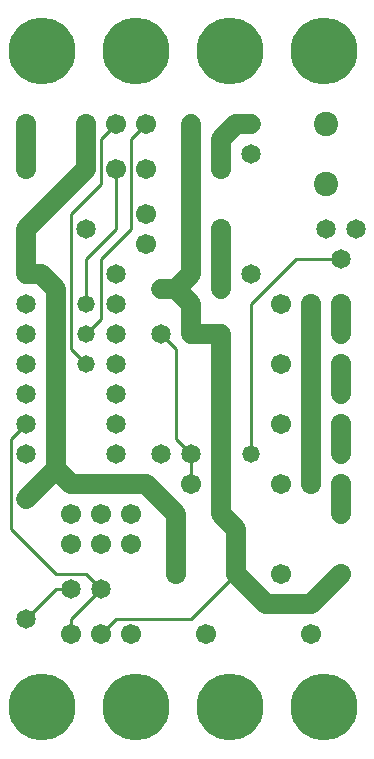
<source format=gtl>
%MOIN*%
%FSLAX25Y25*%
G04 D10 used for Character Trace; *
G04     Circle (OD=.01000) (No hole)*
G04 D11 used for Power Trace; *
G04     Circle (OD=.06700) (No hole)*
G04 D12 used for Signal Trace; *
G04     Circle (OD=.01100) (No hole)*
G04 D13 used for Via; *
G04     Circle (OD=.05800) (Round. Hole ID=.02800)*
G04 D14 used for Component hole; *
G04     Circle (OD=.06500) (Round. Hole ID=.03500)*
G04 D15 used for Component hole; *
G04     Circle (OD=.06700) (Round. Hole ID=.04300)*
G04 D16 used for Component hole; *
G04     Circle (OD=.08100) (Round. Hole ID=.05100)*
G04 D17 used for Component hole; *
G04     Circle (OD=.08900) (Round. Hole ID=.05900)*
G04 D18 used for Component hole; *
G04     Circle (OD=.11300) (Round. Hole ID=.08300)*
G04 D19 used for Component hole; *
G04     Circle (OD=.16000) (Round. Hole ID=.13000)*
G04 D20 used for Component hole; *
G04     Circle (OD=.18300) (Round. Hole ID=.15300)*
G04 D21 used for Component hole; *
G04     Circle (OD=.22291) (Round. Hole ID=.19291)*
%ADD10C,.01000*%
%ADD11C,.06700*%
%ADD12C,.01100*%
%ADD13C,.05800*%
%ADD14C,.06500*%
%ADD15C,.06700*%
%ADD16C,.08100*%
%ADD17C,.08900*%
%ADD18C,.11300*%
%ADD19C,.16000*%
%ADD20C,.18300*%
%ADD21C,.22291*%
%IPPOS*%
%LPD*%
G90*X0Y0D02*D21*X15625Y15625D03*D15*              
X35000Y40000D03*D12*X40000Y45000D01*X65000D01*    
X80000Y60000D01*D15*D03*D11*X90000Y50000D01*      
X105000D01*X115000Y60000D01*D15*D03*              
X105000Y40000D03*D14*X115000Y80000D03*D11*        
Y90000D01*D15*D03*D14*Y100000D03*D11*Y110000D01*  
D15*D03*D14*Y120000D03*D11*Y130000D01*D15*D03*D14*
Y140000D03*D11*Y150000D01*D15*D03*X105000D03*D11* 
Y130000D01*D15*D03*D11*Y110000D01*D15*D03*D11*    
Y90000D01*D15*D03*X95000D03*D13*X85000Y100000D03* 
D12*Y150000D01*X100000Y165000D01*X115000D01*D14*  
D03*X120000Y175000D03*X110000D03*D15*             
X95000Y150000D03*D16*X110000Y190000D03*D14*       
X85000Y160000D03*D15*X95000Y130000D03*D14*        
X85000Y200000D03*D11*X75000Y195000D02*Y205000D01* 
D15*Y195000D03*X65000Y185000D03*D11*Y160000D01*   
X60000Y155000D01*X65000Y150000D01*Y140000D01*D14* 
D03*D11*X75000D01*D14*D03*D11*Y120000D01*D14*D03* 
D11*Y100000D01*D14*D03*D11*Y90000D01*D15*D03*D11* 
Y80000D01*D14*D03*D11*X80000Y75000D01*Y60000D01*  
D15*X95000D03*D11*X60000D02*Y80000D01*D15*        
Y60000D03*X45000Y70000D03*Y40000D03*D11*          
X60000Y80000D02*X50000Y90000D01*X25000D01*        
X20000Y95000D01*X10000Y85000D01*D14*D03*D11*      
X20000Y95000D02*Y155000D01*X15000Y160000D01*      
X10000D01*D14*D03*D11*Y175000D01*D14*D03*D11*     
X30000Y195000D01*D15*D03*D11*Y210000D01*D15*D03*  
D12*X35000Y190000D02*Y205000D01*X25000Y180000D02* 
X35000Y190000D01*X25000Y135000D02*Y180000D01*     
X30000Y130000D02*X25000Y135000D01*D13*            
X30000Y130000D03*D14*X40000Y120000D03*Y140000D03* 
Y130000D03*D13*X30000Y140000D03*D12*              
X35000Y145000D01*Y165000D01*X45000Y175000D01*     
Y205000D01*X50000Y210000D01*D15*D03*X40000D03*D12*
X35000Y205000D01*D15*X40000Y195000D03*D12*        
Y175000D01*X30000Y165000D01*Y150000D01*D13*D03*   
D14*X40000Y160000D03*Y150000D03*D15*              
X50000Y170000D03*D14*X10000Y130000D03*Y150000D03* 
Y140000D03*X55000D03*D12*X60000Y135000D01*        
Y105000D01*X65000Y100000D01*D14*D03*D12*Y90000D01*
D15*D03*D14*X55000Y100000D03*D15*X45000Y80000D03* 
D14*X40000Y110000D03*Y100000D03*D15*              
X35000Y80000D03*X95000Y110000D03*X35000Y70000D03* 
D14*Y55000D03*D12*X25000Y45000D01*Y40000D01*D15*  
D03*D12*X35000Y55000D02*X30000Y60000D01*X20000D01*
X5000Y75000D01*Y105000D01*X10000Y110000D01*D14*   
D03*Y120000D03*Y100000D03*D15*X25000Y80000D03*    
Y70000D03*D14*X55000Y155000D03*D11*X60000D01*D14* 
X75000D03*D11*Y175000D01*D15*D03*D11*             
X65000Y185000D02*Y210000D01*D14*D03*D11*          
X75000Y205000D02*X80000Y210000D01*X85000D01*D14*  
D03*D21*X109375Y234375D03*D16*X110000Y210000D03*  
D21*X78125Y234375D03*D15*X50000Y195000D03*        
Y180000D03*D21*X46875Y234375D03*D14*              
X30000Y175000D03*D21*X15625Y234375D03*D15*        
X10000Y210000D03*D11*Y195000D01*D15*D03*D12*      
Y45000D02*X20000Y55000D01*D14*X10000Y45000D03*D12*
X20000Y55000D02*X25000D01*D14*D03*D21*            
X46875Y15625D03*D15*X70000Y40000D03*D21*          
X78125Y15625D03*X109375D03*M02*                   

</source>
